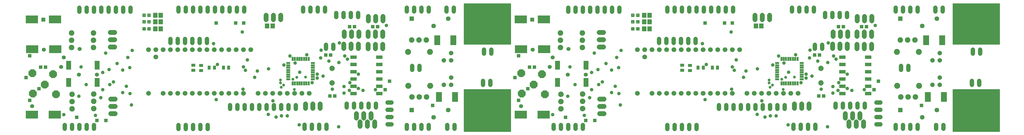
<source format=gts>
G75*
%MOIN*%
%OFA0B0*%
%FSLAX25Y25*%
%IPPOS*%
%LPD*%
%AMOC8*
5,1,8,0,0,1.08239X$1,22.5*
%
%ADD10C,0.01600*%
%ADD11R,0.05131X0.04737*%
%ADD12C,0.06800*%
%ADD13OC8,0.10800*%
%ADD14R,0.08700X0.05100*%
%ADD15C,0.06600*%
%ADD16C,0.07550*%
%ADD17R,0.05800X0.03000*%
%ADD18R,0.03000X0.05800*%
%ADD19C,0.07300*%
%ADD20C,0.06000*%
%ADD21R,0.16548X0.10643*%
%ADD22R,0.06981X0.11902*%
%ADD23R,0.03950X0.05524*%
%ADD24R,0.05524X0.03950*%
%ADD25R,0.06343X0.06343*%
%ADD26C,0.06343*%
%ADD27R,0.07887X0.13398*%
%ADD28OC8,0.06000*%
%ADD29C,0.08200*%
%ADD30R,0.05918X0.06706*%
%ADD31C,0.01421*%
%ADD32R,0.02769X0.13792*%
%ADD33R,0.02375X0.02769*%
%ADD34R,0.05918X0.13792*%
%ADD35R,0.04737X0.05131*%
%ADD36C,0.04762*%
%ADD37R,0.04762X0.04762*%
%ADD38C,0.03900*%
%ADD39C,0.05550*%
%ADD40R,0.05550X0.05550*%
%ADD41R,0.03900X0.03900*%
D10*
X0719526Y0125902D02*
X0782518Y0125902D01*
X0782518Y0182988D01*
X0719526Y0182988D01*
X0719526Y0125902D01*
X0719526Y0127130D02*
X0782518Y0127130D01*
X0782518Y0128729D02*
X0719526Y0128729D01*
X0719526Y0130327D02*
X0782518Y0130327D01*
X0782518Y0131926D02*
X0719526Y0131926D01*
X0719526Y0133524D02*
X0782518Y0133524D01*
X0782518Y0135123D02*
X0719526Y0135123D01*
X0719526Y0136721D02*
X0782518Y0136721D01*
X0782518Y0138320D02*
X0719526Y0138320D01*
X0719526Y0139918D02*
X0782518Y0139918D01*
X0782518Y0141517D02*
X0719526Y0141517D01*
X0719526Y0143115D02*
X0782518Y0143115D01*
X0782518Y0144714D02*
X0719526Y0144714D01*
X0719526Y0146312D02*
X0782518Y0146312D01*
X0782518Y0147911D02*
X0719526Y0147911D01*
X0719526Y0149509D02*
X0782518Y0149509D01*
X0782518Y0151108D02*
X0719526Y0151108D01*
X0719526Y0152706D02*
X0782518Y0152706D01*
X0782518Y0154305D02*
X0719526Y0154305D01*
X0719526Y0155903D02*
X0782518Y0155903D01*
X0782518Y0157502D02*
X0719526Y0157502D01*
X0719526Y0159100D02*
X0782518Y0159100D01*
X0782518Y0160699D02*
X0719526Y0160699D01*
X0719526Y0162297D02*
X0782518Y0162297D01*
X0782518Y0163896D02*
X0719526Y0163896D01*
X0719526Y0165494D02*
X0782518Y0165494D01*
X0782518Y0167093D02*
X0719526Y0167093D01*
X0719526Y0168691D02*
X0782518Y0168691D01*
X0782518Y0170290D02*
X0719526Y0170290D01*
X0719526Y0171888D02*
X0782518Y0171888D01*
X0782518Y0173487D02*
X0719526Y0173487D01*
X0719526Y0175085D02*
X0782518Y0175085D01*
X0782518Y0176684D02*
X0719526Y0176684D01*
X0719526Y0178282D02*
X0782518Y0178282D01*
X0782518Y0179881D02*
X0719526Y0179881D01*
X0719526Y0181479D02*
X0782518Y0181479D01*
X0782518Y0245980D02*
X0719526Y0245980D01*
X0719526Y0301098D01*
X0782518Y0301098D01*
X0782518Y0245980D01*
X0782518Y0247018D02*
X0719526Y0247018D01*
X0719526Y0248617D02*
X0782518Y0248617D01*
X0782518Y0250215D02*
X0719526Y0250215D01*
X0719526Y0251814D02*
X0782518Y0251814D01*
X0782518Y0253412D02*
X0719526Y0253412D01*
X0719526Y0255011D02*
X0782518Y0255011D01*
X0782518Y0256610D02*
X0719526Y0256610D01*
X0719526Y0258208D02*
X0782518Y0258208D01*
X0782518Y0259807D02*
X0719526Y0259807D01*
X0719526Y0261405D02*
X0782518Y0261405D01*
X0782518Y0263004D02*
X0719526Y0263004D01*
X0719526Y0264602D02*
X0782518Y0264602D01*
X0782518Y0266201D02*
X0719526Y0266201D01*
X0719526Y0267799D02*
X0782518Y0267799D01*
X0782518Y0269398D02*
X0719526Y0269398D01*
X0719526Y0270996D02*
X0782518Y0270996D01*
X0782518Y0272595D02*
X0719526Y0272595D01*
X0719526Y0274193D02*
X0782518Y0274193D01*
X0782518Y0275792D02*
X0719526Y0275792D01*
X0719526Y0277390D02*
X0782518Y0277390D01*
X0782518Y0278989D02*
X0719526Y0278989D01*
X0719526Y0280587D02*
X0782518Y0280587D01*
X0782518Y0282186D02*
X0719526Y0282186D01*
X0719526Y0283784D02*
X0782518Y0283784D01*
X0782518Y0285383D02*
X0719526Y0285383D01*
X0719526Y0286981D02*
X0782518Y0286981D01*
X0782518Y0288580D02*
X0719526Y0288580D01*
X0719526Y0290178D02*
X0782518Y0290178D01*
X0782518Y0291777D02*
X0719526Y0291777D01*
X0719526Y0293375D02*
X0782518Y0293375D01*
X0782518Y0294974D02*
X0719526Y0294974D01*
X0719526Y0296572D02*
X0782518Y0296572D01*
X0782518Y0298171D02*
X0719526Y0298171D01*
X0719526Y0299769D02*
X0782518Y0299769D01*
X1388817Y0299769D02*
X1451809Y0299769D01*
X1451809Y0301098D02*
X1388817Y0301098D01*
X1388817Y0245980D01*
X1451809Y0245980D01*
X1451809Y0301098D01*
X1451809Y0298171D02*
X1388817Y0298171D01*
X1388817Y0296572D02*
X1451809Y0296572D01*
X1451809Y0294974D02*
X1388817Y0294974D01*
X1388817Y0293375D02*
X1451809Y0293375D01*
X1451809Y0291777D02*
X1388817Y0291777D01*
X1388817Y0290178D02*
X1451809Y0290178D01*
X1451809Y0288580D02*
X1388817Y0288580D01*
X1388817Y0286981D02*
X1451809Y0286981D01*
X1451809Y0285383D02*
X1388817Y0285383D01*
X1388817Y0283784D02*
X1451809Y0283784D01*
X1451809Y0282186D02*
X1388817Y0282186D01*
X1388817Y0280587D02*
X1451809Y0280587D01*
X1451809Y0278989D02*
X1388817Y0278989D01*
X1388817Y0277390D02*
X1451809Y0277390D01*
X1451809Y0275792D02*
X1388817Y0275792D01*
X1388817Y0274193D02*
X1451809Y0274193D01*
X1451809Y0272595D02*
X1388817Y0272595D01*
X1388817Y0270996D02*
X1451809Y0270996D01*
X1451809Y0269398D02*
X1388817Y0269398D01*
X1388817Y0267799D02*
X1451809Y0267799D01*
X1451809Y0266201D02*
X1388817Y0266201D01*
X1388817Y0264602D02*
X1451809Y0264602D01*
X1451809Y0263004D02*
X1388817Y0263004D01*
X1388817Y0261405D02*
X1451809Y0261405D01*
X1451809Y0259807D02*
X1388817Y0259807D01*
X1388817Y0258208D02*
X1451809Y0258208D01*
X1451809Y0256610D02*
X1388817Y0256610D01*
X1388817Y0255011D02*
X1451809Y0255011D01*
X1451809Y0253412D02*
X1388817Y0253412D01*
X1388817Y0251814D02*
X1451809Y0251814D01*
X1451809Y0250215D02*
X1388817Y0250215D01*
X1388817Y0248617D02*
X1451809Y0248617D01*
X1451809Y0247018D02*
X1388817Y0247018D01*
X1388817Y0182988D02*
X1451809Y0182988D01*
X1451809Y0125902D01*
X1388817Y0125902D01*
X1388817Y0182988D01*
X1388817Y0181479D02*
X1451809Y0181479D01*
X1451809Y0179881D02*
X1388817Y0179881D01*
X1388817Y0178282D02*
X1451809Y0178282D01*
X1451809Y0176684D02*
X1388817Y0176684D01*
X1388817Y0175085D02*
X1451809Y0175085D01*
X1451809Y0173487D02*
X1388817Y0173487D01*
X1388817Y0171888D02*
X1451809Y0171888D01*
X1451809Y0170290D02*
X1388817Y0170290D01*
X1388817Y0168691D02*
X1451809Y0168691D01*
X1451809Y0167093D02*
X1388817Y0167093D01*
X1388817Y0165494D02*
X1451809Y0165494D01*
X1451809Y0163896D02*
X1388817Y0163896D01*
X1388817Y0162297D02*
X1451809Y0162297D01*
X1451809Y0160699D02*
X1388817Y0160699D01*
X1388817Y0159100D02*
X1451809Y0159100D01*
X1451809Y0157502D02*
X1388817Y0157502D01*
X1388817Y0155903D02*
X1451809Y0155903D01*
X1451809Y0154305D02*
X1388817Y0154305D01*
X1388817Y0152706D02*
X1451809Y0152706D01*
X1451809Y0151108D02*
X1388817Y0151108D01*
X1388817Y0149509D02*
X1451809Y0149509D01*
X1451809Y0147911D02*
X1388817Y0147911D01*
X1388817Y0146312D02*
X1451809Y0146312D01*
X1451809Y0144714D02*
X1388817Y0144714D01*
X1388817Y0143115D02*
X1451809Y0143115D01*
X1451809Y0141517D02*
X1388817Y0141517D01*
X1388817Y0139918D02*
X1451809Y0139918D01*
X1451809Y0138320D02*
X1388817Y0138320D01*
X1388817Y0136721D02*
X1451809Y0136721D01*
X1451809Y0135123D02*
X1388817Y0135123D01*
X1388817Y0133524D02*
X1451809Y0133524D01*
X1451809Y0131926D02*
X1388817Y0131926D01*
X1388817Y0130327D02*
X1451809Y0130327D01*
X1451809Y0128729D02*
X1388817Y0128729D01*
X1388817Y0127130D02*
X1451809Y0127130D01*
D11*
X1211385Y0174209D03*
X1204693Y0174209D03*
X1205726Y0230665D03*
X1199033Y0230665D03*
X0815392Y0213992D03*
X0808699Y0213992D03*
X0542094Y0174209D03*
X0535401Y0174209D03*
X0536435Y0230665D03*
X0529742Y0230665D03*
X0146100Y0213992D03*
X0139407Y0213992D03*
D12*
X0234793Y0241650D02*
X0240793Y0241650D01*
X0240793Y0251650D02*
X0234793Y0251650D01*
X0234793Y0261650D02*
X0240793Y0261650D01*
X0448112Y0279382D02*
X0448112Y0285382D01*
X0458112Y0285382D02*
X0458112Y0279382D01*
X0468112Y0279382D02*
X0468112Y0285382D01*
X0555297Y0262374D02*
X0555297Y0256374D01*
X0565297Y0256374D02*
X0565297Y0262374D01*
X0575297Y0262374D02*
X0575297Y0256374D01*
X0587974Y0256453D02*
X0587974Y0262453D01*
X0597974Y0262453D02*
X0597974Y0256453D01*
X0607974Y0256453D02*
X0607974Y0262453D01*
X0608100Y0277835D02*
X0608100Y0283835D01*
X0598100Y0283835D02*
X0598100Y0277835D01*
X0588100Y0277835D02*
X0588100Y0283835D01*
X0587974Y0245366D02*
X0587974Y0239366D01*
X0597974Y0239366D02*
X0597974Y0245366D01*
X0607974Y0245366D02*
X0607974Y0239366D01*
X0574510Y0239681D02*
X0574510Y0245681D01*
X0564510Y0245681D02*
X0564510Y0239681D01*
X0554510Y0239681D02*
X0554510Y0245681D01*
X0241581Y0169988D02*
X0235581Y0169988D01*
X0235581Y0159988D02*
X0241581Y0159988D01*
X0241581Y0149988D02*
X0235581Y0149988D01*
X0502072Y0157490D02*
X0502072Y0163490D01*
X0512072Y0163490D02*
X0512072Y0157490D01*
X0522072Y0157490D02*
X0522072Y0163490D01*
X0571993Y0149955D02*
X0571993Y0143955D01*
X0576793Y0138744D02*
X0576793Y0132744D01*
X0586793Y0132744D02*
X0586793Y0138744D01*
X0581993Y0143955D02*
X0581993Y0149955D01*
X0591993Y0149955D02*
X0591993Y0143955D01*
X0596793Y0138744D02*
X0596793Y0132744D01*
X0904872Y0149988D02*
X0910872Y0149988D01*
X0910872Y0159988D02*
X0904872Y0159988D01*
X0904872Y0169988D02*
X0910872Y0169988D01*
X1171363Y0163490D02*
X1171363Y0157490D01*
X1181363Y0157490D02*
X1181363Y0163490D01*
X1191363Y0163490D02*
X1191363Y0157490D01*
X1241285Y0149955D02*
X1241285Y0143955D01*
X1246085Y0138744D02*
X1246085Y0132744D01*
X1256085Y0132744D02*
X1256085Y0138744D01*
X1251285Y0143955D02*
X1251285Y0149955D01*
X1261285Y0149955D02*
X1261285Y0143955D01*
X1266085Y0138744D02*
X1266085Y0132744D01*
X1267266Y0239366D02*
X1267266Y0245366D01*
X1277266Y0245366D02*
X1277266Y0239366D01*
X1257266Y0239366D02*
X1257266Y0245366D01*
X1243801Y0245681D02*
X1243801Y0239681D01*
X1233801Y0239681D02*
X1233801Y0245681D01*
X1223801Y0245681D02*
X1223801Y0239681D01*
X1224589Y0256374D02*
X1224589Y0262374D01*
X1234589Y0262374D02*
X1234589Y0256374D01*
X1244589Y0256374D02*
X1244589Y0262374D01*
X1257266Y0262453D02*
X1257266Y0256453D01*
X1267266Y0256453D02*
X1267266Y0262453D01*
X1277266Y0262453D02*
X1277266Y0256453D01*
X1277392Y0277835D02*
X1277392Y0283835D01*
X1267392Y0283835D02*
X1267392Y0277835D01*
X1257392Y0277835D02*
X1257392Y0283835D01*
X1137404Y0285382D02*
X1137404Y0279382D01*
X1127404Y0279382D02*
X1127404Y0285382D01*
X1117404Y0285382D02*
X1117404Y0279382D01*
X0910085Y0261650D02*
X0904085Y0261650D01*
X0904085Y0251650D02*
X0910085Y0251650D01*
X0910085Y0241650D02*
X0904085Y0241650D01*
D13*
X0825707Y0204484D03*
X0797360Y0205665D03*
X0814407Y0189878D03*
X0829801Y0176807D03*
X0798305Y0177516D03*
X0160510Y0176807D03*
X0145116Y0189878D03*
X0129014Y0177516D03*
X0128069Y0205665D03*
X0156415Y0204484D03*
D14*
X0567889Y0207634D03*
X0567889Y0217634D03*
X0603289Y0217634D03*
X0603289Y0207634D03*
X0603289Y0197634D03*
X0567889Y0197634D03*
X0567889Y0187634D03*
X0603289Y0187634D03*
X0603289Y0177634D03*
X0567889Y0177634D03*
X0567889Y0227634D03*
X0603289Y0227634D03*
X1237180Y0227634D03*
X1272580Y0227634D03*
X1272580Y0217634D03*
X1272580Y0207634D03*
X1237180Y0207634D03*
X1237180Y0217634D03*
X1237180Y0197634D03*
X1272580Y0197634D03*
X1272580Y0187634D03*
X1237180Y0187634D03*
X1237180Y0177634D03*
X1272580Y0177634D03*
D15*
X1176392Y0177862D03*
X1166392Y0177862D03*
X1156392Y0177862D03*
X1146392Y0177862D03*
X1136392Y0177862D03*
X1126392Y0177862D03*
X1116392Y0177862D03*
X1106392Y0177862D03*
X1086392Y0177862D03*
X1076392Y0177862D03*
X1066392Y0177862D03*
X1056392Y0177862D03*
X1046392Y0177862D03*
X1036392Y0177862D03*
X1026392Y0177862D03*
X1016392Y0177862D03*
X1006392Y0177862D03*
X0996392Y0177862D03*
X0986392Y0177862D03*
X0976392Y0177862D03*
X0956392Y0177862D03*
X0966392Y0227862D03*
X0966392Y0237862D03*
X0976392Y0237862D03*
X0986392Y0237862D03*
X0996392Y0237862D03*
X1006392Y0237862D03*
X1016392Y0237862D03*
X1026392Y0237862D03*
X1036392Y0237862D03*
X1046392Y0237862D03*
X1056392Y0237862D03*
X1066392Y0237862D03*
X1076392Y0237862D03*
X1086392Y0237862D03*
X1096392Y0237862D03*
X0956392Y0237862D03*
X0507100Y0177862D03*
X0497100Y0177862D03*
X0487100Y0177862D03*
X0477100Y0177862D03*
X0467100Y0177862D03*
X0457100Y0177862D03*
X0447100Y0177862D03*
X0437100Y0177862D03*
X0417100Y0177862D03*
X0407100Y0177862D03*
X0397100Y0177862D03*
X0387100Y0177862D03*
X0377100Y0177862D03*
X0367100Y0177862D03*
X0357100Y0177862D03*
X0347100Y0177862D03*
X0337100Y0177862D03*
X0327100Y0177862D03*
X0317100Y0177862D03*
X0307100Y0177862D03*
X0287100Y0177862D03*
X0297100Y0227862D03*
X0297100Y0237862D03*
X0287100Y0237862D03*
X0307100Y0237862D03*
X0317100Y0237862D03*
X0327100Y0237862D03*
X0337100Y0237862D03*
X0347100Y0237862D03*
X0357100Y0237862D03*
X0367100Y0237862D03*
X0377100Y0237862D03*
X0387100Y0237862D03*
X0397100Y0237862D03*
X0407100Y0237862D03*
X0417100Y0237862D03*
X0427100Y0237862D03*
D16*
X0211793Y0240941D03*
X0181998Y0240862D03*
X0181998Y0250862D03*
X0211793Y0250941D03*
X0211793Y0260941D03*
X0181998Y0260862D03*
X0182675Y0176650D03*
X0212085Y0177043D03*
X0212085Y0167043D03*
X0182675Y0166650D03*
X0182675Y0156650D03*
X0212085Y0157043D03*
X0647852Y0173146D03*
X0657852Y0173146D03*
X0667852Y0173146D03*
X0851967Y0176650D03*
X0881376Y0177043D03*
X0881376Y0167043D03*
X0851967Y0166650D03*
X0851967Y0156650D03*
X0881376Y0157043D03*
X0881085Y0240941D03*
X0851289Y0240862D03*
X0851289Y0250862D03*
X0881085Y0250941D03*
X0881085Y0260941D03*
X0851289Y0260862D03*
X0667360Y0251394D03*
X0657360Y0251394D03*
X0647360Y0251394D03*
X1316652Y0251394D03*
X1326652Y0251394D03*
X1336652Y0251394D03*
X1337144Y0173146D03*
X1327144Y0173146D03*
X1317144Y0173146D03*
D17*
X1181615Y0197484D03*
X1181615Y0200634D03*
X1181615Y0203783D03*
X1181615Y0206933D03*
X1181615Y0210083D03*
X1181615Y0213232D03*
X1181615Y0216382D03*
X1181615Y0219531D03*
X1147815Y0219531D03*
X1147815Y0216382D03*
X1147815Y0213232D03*
X1147815Y0210083D03*
X1147815Y0206933D03*
X1147815Y0203783D03*
X1147815Y0200634D03*
X1147815Y0197484D03*
X0512323Y0197484D03*
X0512323Y0200634D03*
X0512323Y0203783D03*
X0512323Y0206933D03*
X0512323Y0210083D03*
X0512323Y0213232D03*
X0512323Y0216382D03*
X0512323Y0219531D03*
X0478523Y0219531D03*
X0478523Y0216382D03*
X0478523Y0213232D03*
X0478523Y0210083D03*
X0478523Y0206933D03*
X0478523Y0203783D03*
X0478523Y0200634D03*
X0478523Y0197484D03*
D18*
X0484400Y0191608D03*
X0487549Y0191608D03*
X0490699Y0191608D03*
X0493848Y0191608D03*
X0496998Y0191608D03*
X0500148Y0191608D03*
X0503297Y0191608D03*
X0506447Y0191608D03*
X0506447Y0225408D03*
X0503297Y0225408D03*
X0500148Y0225408D03*
X0496998Y0225408D03*
X0493848Y0225408D03*
X0490699Y0225408D03*
X0487549Y0225408D03*
X0484400Y0225408D03*
X1153691Y0225408D03*
X1156841Y0225408D03*
X1159990Y0225408D03*
X1163140Y0225408D03*
X1166289Y0225408D03*
X1169439Y0225408D03*
X1172589Y0225408D03*
X1175738Y0225408D03*
X1175738Y0191608D03*
X1172589Y0191608D03*
X1169439Y0191608D03*
X1166289Y0191608D03*
X1163140Y0191608D03*
X1159990Y0191608D03*
X1156841Y0191608D03*
X1153691Y0191608D03*
D19*
X1207726Y0192185D03*
X1207726Y0212185D03*
X0538435Y0212185D03*
X0538435Y0192185D03*
D20*
X0172595Y0134433D02*
X0172595Y0129233D01*
X0182595Y0129233D02*
X0182595Y0134433D01*
X0192595Y0134433D02*
X0192595Y0129233D01*
X0202595Y0129233D02*
X0202595Y0134433D01*
X0212595Y0134433D02*
X0212595Y0129233D01*
X0328136Y0129093D02*
X0328136Y0134293D01*
X0338136Y0134293D02*
X0338136Y0129093D01*
X0348136Y0129093D02*
X0348136Y0134293D01*
X0358136Y0134293D02*
X0358136Y0129093D01*
X0368136Y0129093D02*
X0368136Y0134293D01*
X0398885Y0156566D02*
X0398885Y0161766D01*
X0408885Y0161766D02*
X0408885Y0156566D01*
X0418885Y0156566D02*
X0418885Y0161766D01*
X0428885Y0161766D02*
X0428885Y0156566D01*
X0438885Y0156566D02*
X0438885Y0161766D01*
X0448885Y0161766D02*
X0448885Y0156566D01*
X0458885Y0156566D02*
X0458885Y0161766D01*
X0468885Y0161766D02*
X0468885Y0156566D01*
X0478885Y0156566D02*
X0478885Y0161766D01*
X0488885Y0161766D02*
X0488885Y0156566D01*
X0558667Y0158538D02*
X0558667Y0163738D01*
X0568667Y0163738D02*
X0568667Y0158538D01*
X0578667Y0158538D02*
X0578667Y0163738D01*
X0588667Y0163738D02*
X0588667Y0158538D01*
X0598667Y0158538D02*
X0598667Y0163738D01*
X0614563Y0165429D02*
X0619763Y0165429D01*
X0619763Y0155429D02*
X0614563Y0155429D01*
X0614563Y0145429D02*
X0619763Y0145429D01*
X0619763Y0135429D02*
X0614563Y0135429D01*
X0640963Y0134407D02*
X0640963Y0129207D01*
X0650963Y0129207D02*
X0650963Y0134407D01*
X0660963Y0134407D02*
X0660963Y0129207D01*
X0670963Y0129207D02*
X0670963Y0134407D01*
X0696081Y0134407D02*
X0696081Y0129207D01*
X0706081Y0129207D02*
X0706081Y0134407D01*
X0841886Y0134433D02*
X0841886Y0129233D01*
X0851886Y0129233D02*
X0851886Y0134433D01*
X0861886Y0134433D02*
X0861886Y0129233D01*
X0871886Y0129233D02*
X0871886Y0134433D01*
X0881886Y0134433D02*
X0881886Y0129233D01*
X0997427Y0129093D02*
X0997427Y0134293D01*
X1007427Y0134293D02*
X1007427Y0129093D01*
X1017427Y0129093D02*
X1017427Y0134293D01*
X1027427Y0134293D02*
X1027427Y0129093D01*
X1037427Y0129093D02*
X1037427Y0134293D01*
X1068176Y0156566D02*
X1068176Y0161766D01*
X1078176Y0161766D02*
X1078176Y0156566D01*
X1088176Y0156566D02*
X1088176Y0161766D01*
X1098176Y0161766D02*
X1098176Y0156566D01*
X1108176Y0156566D02*
X1108176Y0161766D01*
X1118176Y0161766D02*
X1118176Y0156566D01*
X1128176Y0156566D02*
X1128176Y0161766D01*
X1138176Y0161766D02*
X1138176Y0156566D01*
X1148176Y0156566D02*
X1148176Y0161766D01*
X1158176Y0161766D02*
X1158176Y0156566D01*
X1227959Y0158538D02*
X1227959Y0163738D01*
X1237959Y0163738D02*
X1237959Y0158538D01*
X1247959Y0158538D02*
X1247959Y0163738D01*
X1257959Y0163738D02*
X1257959Y0158538D01*
X1267959Y0158538D02*
X1267959Y0163738D01*
X1283855Y0165429D02*
X1289055Y0165429D01*
X1289055Y0155429D02*
X1283855Y0155429D01*
X1283855Y0145429D02*
X1289055Y0145429D01*
X1289055Y0135429D02*
X1283855Y0135429D01*
X1310254Y0134407D02*
X1310254Y0129207D01*
X1320254Y0129207D02*
X1320254Y0134407D01*
X1330254Y0134407D02*
X1330254Y0129207D01*
X1340254Y0129207D02*
X1340254Y0134407D01*
X1365372Y0134407D02*
X1365372Y0129207D01*
X1375372Y0129207D02*
X1375372Y0134407D01*
X1200230Y0134607D02*
X1200230Y0129407D01*
X1190230Y0129407D02*
X1190230Y0134607D01*
X1180230Y0134607D02*
X1180230Y0129407D01*
X1170230Y0129407D02*
X1170230Y0134607D01*
X1414585Y0189739D02*
X1414585Y0194939D01*
X1424585Y0194939D02*
X1424585Y0189739D01*
X1327636Y0210408D02*
X1327636Y0215608D01*
X1317636Y0215608D02*
X1317636Y0210408D01*
X1415729Y0232683D02*
X1415729Y0237883D01*
X1425729Y0237883D02*
X1425729Y0232683D01*
X1243502Y0283010D02*
X1243502Y0288210D01*
X1233502Y0288210D02*
X1233502Y0283010D01*
X1223502Y0283010D02*
X1223502Y0288210D01*
X1213502Y0288210D02*
X1213502Y0283010D01*
X1198030Y0290624D02*
X1198030Y0295824D01*
X1188030Y0295824D02*
X1188030Y0290624D01*
X1178030Y0290624D02*
X1178030Y0295824D01*
X1168030Y0295824D02*
X1168030Y0290624D01*
X1087360Y0290624D02*
X1087360Y0295824D01*
X1077360Y0295824D02*
X1077360Y0290624D01*
X1067360Y0290624D02*
X1067360Y0295824D01*
X1057360Y0295824D02*
X1057360Y0290624D01*
X1047360Y0290624D02*
X1047360Y0295824D01*
X1037360Y0295824D02*
X1037360Y0290624D01*
X1027360Y0290624D02*
X1027360Y0295824D01*
X1017360Y0295824D02*
X1017360Y0290624D01*
X1007360Y0290624D02*
X1007360Y0295824D01*
X0997360Y0295824D02*
X0997360Y0290624D01*
X0931886Y0290333D02*
X0931886Y0295533D01*
X0921886Y0295533D02*
X0921886Y0290333D01*
X0911886Y0290333D02*
X0911886Y0295533D01*
X0901886Y0295533D02*
X0901886Y0290333D01*
X0891886Y0290333D02*
X0891886Y0295533D01*
X0881886Y0295533D02*
X0881886Y0290333D01*
X0871886Y0290333D02*
X0871886Y0295533D01*
X0861886Y0295533D02*
X0861886Y0290333D01*
X0986356Y0252517D02*
X0986356Y0247317D01*
X0996356Y0247317D02*
X0996356Y0252517D01*
X1006356Y0252517D02*
X1006356Y0247317D01*
X1016356Y0247317D02*
X1016356Y0252517D01*
X1026356Y0252517D02*
X1026356Y0247317D01*
X1036356Y0247317D02*
X1036356Y0252517D01*
X1199526Y0244643D02*
X1199526Y0239443D01*
X1209526Y0239443D02*
X1209526Y0244643D01*
X1310254Y0290624D02*
X1310254Y0295824D01*
X1320254Y0295824D02*
X1320254Y0290624D01*
X1330254Y0290624D02*
X1330254Y0295824D01*
X1340254Y0295824D02*
X1340254Y0290624D01*
X1364368Y0290624D02*
X1364368Y0295824D01*
X1374368Y0295824D02*
X1374368Y0290624D01*
X0756437Y0237883D02*
X0756437Y0232683D01*
X0746437Y0232683D02*
X0746437Y0237883D01*
X0658344Y0215608D02*
X0658344Y0210408D01*
X0648344Y0210408D02*
X0648344Y0215608D01*
X0745293Y0194939D02*
X0745293Y0189739D01*
X0755293Y0189739D02*
X0755293Y0194939D01*
X0540234Y0239443D02*
X0540234Y0244643D01*
X0530234Y0244643D02*
X0530234Y0239443D01*
X0367065Y0247317D02*
X0367065Y0252517D01*
X0357065Y0252517D02*
X0357065Y0247317D01*
X0347065Y0247317D02*
X0347065Y0252517D01*
X0337065Y0252517D02*
X0337065Y0247317D01*
X0327065Y0247317D02*
X0327065Y0252517D01*
X0317065Y0252517D02*
X0317065Y0247317D01*
X0328069Y0290624D02*
X0328069Y0295824D01*
X0338069Y0295824D02*
X0338069Y0290624D01*
X0348069Y0290624D02*
X0348069Y0295824D01*
X0358069Y0295824D02*
X0358069Y0290624D01*
X0368069Y0290624D02*
X0368069Y0295824D01*
X0378069Y0295824D02*
X0378069Y0290624D01*
X0388069Y0290624D02*
X0388069Y0295824D01*
X0398069Y0295824D02*
X0398069Y0290624D01*
X0408069Y0290624D02*
X0408069Y0295824D01*
X0418069Y0295824D02*
X0418069Y0290624D01*
X0498738Y0290624D02*
X0498738Y0295824D01*
X0508738Y0295824D02*
X0508738Y0290624D01*
X0518738Y0290624D02*
X0518738Y0295824D01*
X0528738Y0295824D02*
X0528738Y0290624D01*
X0544211Y0288210D02*
X0544211Y0283010D01*
X0554211Y0283010D02*
X0554211Y0288210D01*
X0564211Y0288210D02*
X0564211Y0283010D01*
X0574211Y0283010D02*
X0574211Y0288210D01*
X0640963Y0290624D02*
X0640963Y0295824D01*
X0650963Y0295824D02*
X0650963Y0290624D01*
X0660963Y0290624D02*
X0660963Y0295824D01*
X0670963Y0295824D02*
X0670963Y0290624D01*
X0695077Y0290624D02*
X0695077Y0295824D01*
X0705077Y0295824D02*
X0705077Y0290624D01*
X0262595Y0290333D02*
X0262595Y0295533D01*
X0252595Y0295533D02*
X0252595Y0290333D01*
X0242595Y0290333D02*
X0242595Y0295533D01*
X0232595Y0295533D02*
X0232595Y0290333D01*
X0222595Y0290333D02*
X0222595Y0295533D01*
X0212595Y0295533D02*
X0212595Y0290333D01*
X0202595Y0290333D02*
X0202595Y0295533D01*
X0192595Y0295533D02*
X0192595Y0290333D01*
X0500938Y0134607D02*
X0500938Y0129407D01*
X0510938Y0129407D02*
X0510938Y0134607D01*
X0520938Y0134607D02*
X0520938Y0129407D01*
X0530938Y0129407D02*
X0530938Y0134607D01*
D21*
X0796754Y0148539D03*
X0828250Y0148539D03*
X0828809Y0238547D03*
X0797313Y0238547D03*
X0796951Y0279642D03*
X0828447Y0279642D03*
X0159156Y0279642D03*
X0127659Y0279642D03*
X0128022Y0238547D03*
X0159518Y0238547D03*
X0158959Y0148539D03*
X0127463Y0148539D03*
D22*
X0177746Y0192972D03*
X0216801Y0192972D03*
X0216801Y0216831D03*
X0177746Y0216831D03*
X0847037Y0216831D03*
X0886093Y0216831D03*
X0886093Y0192972D03*
X0847037Y0192972D03*
D23*
X1039612Y0213461D03*
X1046699Y0213461D03*
X1059124Y0213461D03*
X1066211Y0213461D03*
X0396919Y0213461D03*
X0389833Y0213461D03*
X0377407Y0213461D03*
X0370321Y0213461D03*
D24*
X0359329Y0216413D03*
X0348423Y0216665D03*
X0348423Y0209579D03*
X0359329Y0209327D03*
X1017715Y0209579D03*
X1028620Y0209327D03*
X1028620Y0216413D03*
X1017715Y0216665D03*
D25*
X1316671Y0154858D03*
X1316671Y0280843D03*
X0647380Y0280843D03*
X0647380Y0154858D03*
D26*
X0677380Y0144858D03*
X0697380Y0154858D03*
X0677380Y0270843D03*
X0697380Y0280843D03*
X1346671Y0270843D03*
X1366671Y0280843D03*
X1366671Y0154858D03*
X1346671Y0144858D03*
D27*
X1354171Y0173146D03*
X1376219Y0173146D03*
X1373758Y0250902D03*
X1351711Y0250902D03*
X0704467Y0250902D03*
X0682419Y0250902D03*
X0684880Y0173146D03*
X0706927Y0173146D03*
D28*
X0701396Y0189799D03*
X0691396Y0189799D03*
X0701396Y0199799D03*
X0701396Y0223264D03*
X0691396Y0223264D03*
X0701396Y0233264D03*
X1360687Y0223264D03*
X1370687Y0223264D03*
X1370687Y0233264D03*
X1370687Y0199799D03*
X1370687Y0189799D03*
X1360687Y0189799D03*
D29*
X1342301Y0188402D03*
X1312301Y0188402D03*
X1311809Y0235154D03*
X1341809Y0235154D03*
X0672518Y0235154D03*
X0642518Y0235154D03*
X0643010Y0188402D03*
X0673010Y0188402D03*
D30*
X0965785Y0266650D03*
X0973266Y0266650D03*
X0973266Y0276492D03*
X0965785Y0276492D03*
X0965785Y0285350D03*
X0973266Y0285350D03*
X1118837Y0270587D03*
X1126317Y0270587D03*
X0457026Y0270587D03*
X0449545Y0270587D03*
X0303974Y0266650D03*
X0296494Y0266650D03*
X0296494Y0276492D03*
X0303974Y0276492D03*
X0303974Y0285350D03*
X0296494Y0285350D03*
D31*
X0289597Y0287008D02*
X0289597Y0283692D01*
X0286281Y0283692D01*
X0286281Y0287008D01*
X0289597Y0287008D01*
X0289597Y0285112D02*
X0286281Y0285112D01*
X0286281Y0286532D02*
X0289597Y0286532D01*
X0282691Y0287008D02*
X0282691Y0283692D01*
X0279375Y0283692D01*
X0279375Y0287008D01*
X0282691Y0287008D01*
X0282691Y0285112D02*
X0279375Y0285112D01*
X0279375Y0286532D02*
X0282691Y0286532D01*
X0282691Y0278150D02*
X0282691Y0274834D01*
X0279375Y0274834D01*
X0279375Y0278150D01*
X0282691Y0278150D01*
X0282691Y0276254D02*
X0279375Y0276254D01*
X0279375Y0277674D02*
X0282691Y0277674D01*
X0289597Y0278150D02*
X0289597Y0274834D01*
X0286281Y0274834D01*
X0286281Y0278150D01*
X0289597Y0278150D01*
X0289597Y0276254D02*
X0286281Y0276254D01*
X0286281Y0277674D02*
X0289597Y0277674D01*
X0289597Y0268308D02*
X0289597Y0264992D01*
X0286281Y0264992D01*
X0286281Y0268308D01*
X0289597Y0268308D01*
X0289597Y0266412D02*
X0286281Y0266412D01*
X0286281Y0267832D02*
X0289597Y0267832D01*
X0282691Y0268308D02*
X0282691Y0264992D01*
X0279375Y0264992D01*
X0279375Y0268308D01*
X0282691Y0268308D01*
X0282691Y0266412D02*
X0279375Y0266412D01*
X0279375Y0267832D02*
X0282691Y0267832D01*
X0951983Y0268308D02*
X0951983Y0264992D01*
X0948667Y0264992D01*
X0948667Y0268308D01*
X0951983Y0268308D01*
X0951983Y0266412D02*
X0948667Y0266412D01*
X0948667Y0267832D02*
X0951983Y0267832D01*
X0958888Y0268308D02*
X0958888Y0264992D01*
X0955572Y0264992D01*
X0955572Y0268308D01*
X0958888Y0268308D01*
X0958888Y0266412D02*
X0955572Y0266412D01*
X0955572Y0267832D02*
X0958888Y0267832D01*
X0958888Y0274834D02*
X0958888Y0278150D01*
X0958888Y0274834D02*
X0955572Y0274834D01*
X0955572Y0278150D01*
X0958888Y0278150D01*
X0958888Y0276254D02*
X0955572Y0276254D01*
X0955572Y0277674D02*
X0958888Y0277674D01*
X0951983Y0278150D02*
X0951983Y0274834D01*
X0948667Y0274834D01*
X0948667Y0278150D01*
X0951983Y0278150D01*
X0951983Y0276254D02*
X0948667Y0276254D01*
X0948667Y0277674D02*
X0951983Y0277674D01*
X0951983Y0283692D02*
X0951983Y0287008D01*
X0951983Y0283692D02*
X0948667Y0283692D01*
X0948667Y0287008D01*
X0951983Y0287008D01*
X0951983Y0285112D02*
X0948667Y0285112D01*
X0948667Y0286532D02*
X0951983Y0286532D01*
X0958888Y0287008D02*
X0958888Y0283692D01*
X0955572Y0283692D01*
X0955572Y0287008D01*
X0958888Y0287008D01*
X0958888Y0285112D02*
X0955572Y0285112D01*
X0955572Y0286532D02*
X0958888Y0286532D01*
D32*
X0757599Y0273472D03*
X0745788Y0273472D03*
X0744624Y0154445D03*
X0756435Y0154445D03*
X1413915Y0154445D03*
X1425726Y0154445D03*
X1426890Y0273472D03*
X1415079Y0273472D03*
D33*
X1413701Y0273472D03*
X1428268Y0273472D03*
X1427104Y0154445D03*
X1412537Y0154445D03*
X0757813Y0154445D03*
X0743246Y0154445D03*
X0744410Y0273472D03*
X0758977Y0273472D03*
D34*
X0751693Y0273472D03*
X0750530Y0154445D03*
X1419821Y0154445D03*
X1420985Y0273472D03*
D35*
X1270116Y0269602D03*
X1263423Y0269602D03*
X1238620Y0269602D03*
X1231927Y0269602D03*
X0600825Y0269602D03*
X0594132Y0269602D03*
X0569329Y0269602D03*
X0562636Y0269602D03*
D36*
X0612994Y0271394D03*
X0548648Y0247264D03*
X0523624Y0237433D03*
X0503963Y0231177D03*
X0523022Y0226760D03*
X0534348Y0222240D03*
X0547754Y0220453D03*
X0559372Y0224921D03*
X0555797Y0229390D03*
X0487876Y0219559D03*
X0472683Y0216878D03*
X0451566Y0211516D03*
X0436041Y0208835D03*
X0419955Y0209728D03*
X0417274Y0214197D03*
X0381526Y0217772D03*
X0422636Y0224028D03*
X0480726Y0229390D03*
X0494132Y0207047D03*
X0518262Y0204366D03*
X0526305Y0201685D03*
X0518262Y0199004D03*
X0511112Y0192748D03*
X0538911Y0183811D03*
X0554904Y0187386D03*
X0562947Y0192748D03*
X0574565Y0184705D03*
X0580821Y0182024D03*
X0562053Y0182024D03*
X0554904Y0178449D03*
X0597801Y0182917D03*
X0574565Y0204366D03*
X0432467Y0199898D03*
X0416380Y0183811D03*
X0379832Y0169512D03*
X0457490Y0167724D03*
X0451234Y0148957D03*
X0461959Y0145382D03*
X0469108Y0147169D03*
X0477152Y0147169D03*
X0493644Y0134764D03*
X0547478Y0132008D03*
X0264019Y0162103D03*
X0221986Y0172161D03*
X0191967Y0174130D03*
X0224447Y0182988D03*
X0234289Y0189878D03*
X0256927Y0187559D03*
X0239211Y0193815D03*
X0224447Y0206610D03*
X0233305Y0210547D03*
X0252006Y0210055D03*
X0261628Y0213194D03*
X0244132Y0218974D03*
X0258896Y0227464D03*
X0228384Y0233185D03*
X0264801Y0237122D03*
X0194919Y0214484D03*
X0201809Y0189878D03*
X0252006Y0178933D03*
X0261848Y0177812D03*
X0171297Y0148539D03*
X0214604Y0147555D03*
X0376163Y0246370D03*
X0415486Y0262457D03*
X0864211Y0214484D03*
X0893738Y0206610D03*
X0902596Y0210547D03*
X0921297Y0210055D03*
X0930920Y0213194D03*
X0913423Y0218974D03*
X0928187Y0227464D03*
X0897675Y0233185D03*
X0934093Y0237122D03*
X1045455Y0246370D03*
X1084778Y0262457D03*
X1192915Y0237433D03*
X1173254Y0231177D03*
X1192313Y0226760D03*
X1203640Y0222240D03*
X1217045Y0220453D03*
X1228663Y0224921D03*
X1225089Y0229390D03*
X1217939Y0247264D03*
X1150018Y0229390D03*
X1157167Y0219559D03*
X1141974Y0216878D03*
X1120857Y0211516D03*
X1105333Y0208835D03*
X1089246Y0209728D03*
X1086565Y0214197D03*
X1050817Y0217772D03*
X1091927Y0224028D03*
X1163423Y0207047D03*
X1187553Y0204366D03*
X1195596Y0201685D03*
X1187553Y0199004D03*
X1180404Y0192748D03*
X1208202Y0183811D03*
X1224195Y0187386D03*
X1232238Y0192748D03*
X1243856Y0184705D03*
X1250112Y0182024D03*
X1231344Y0182024D03*
X1224195Y0178449D03*
X1267093Y0182917D03*
X1243856Y0204366D03*
X1101758Y0199898D03*
X1085671Y0183811D03*
X1049123Y0169512D03*
X1126781Y0167724D03*
X1120526Y0148957D03*
X1131250Y0145382D03*
X1138400Y0147169D03*
X1146443Y0147169D03*
X1162936Y0134764D03*
X1216770Y0132008D03*
X0933311Y0162103D03*
X0891278Y0172161D03*
X0861258Y0174130D03*
X0893738Y0182988D03*
X0903581Y0189878D03*
X0926219Y0187559D03*
X0908502Y0193815D03*
X0871100Y0189878D03*
X0921297Y0178933D03*
X0931140Y0177812D03*
X0840589Y0148539D03*
X0883896Y0147555D03*
X1282285Y0271394D03*
D37*
X1086652Y0274524D03*
X1075825Y0274524D03*
X1049250Y0274524D03*
X0793837Y0229740D03*
X0788915Y0199720D03*
X0806632Y0184465D03*
X0793837Y0168224D03*
X0858305Y0145094D03*
X0885864Y0140665D03*
X0898167Y0140665D03*
X0676219Y0161335D03*
X0611258Y0182988D03*
X0617163Y0194799D03*
X0417360Y0274524D03*
X0406533Y0274524D03*
X0379959Y0274524D03*
X0124545Y0229740D03*
X0119624Y0199720D03*
X0137341Y0184465D03*
X0124545Y0168224D03*
X0189014Y0145094D03*
X0216573Y0140665D03*
X0228876Y0140665D03*
X1280549Y0182988D03*
X1286455Y0194799D03*
X1345510Y0161335D03*
D38*
X1171636Y0200183D03*
X1159426Y0200123D03*
X1154036Y0197233D03*
X1136986Y0196433D03*
X1136986Y0192233D03*
X1141376Y0189493D03*
X1138236Y0186433D03*
X1156076Y0183313D03*
X0502345Y0200183D03*
X0490135Y0200123D03*
X0484745Y0197233D03*
X0467695Y0196433D03*
X0467695Y0192233D03*
X0472085Y0189493D03*
X0468945Y0186433D03*
X0486785Y0183313D03*
D39*
X0216573Y0203657D03*
X0191967Y0203657D03*
X0167360Y0214484D03*
X0171297Y0227280D03*
X0192951Y0239091D03*
X0143738Y0238106D03*
X0127990Y0160350D03*
X0797281Y0160350D03*
X0861258Y0203657D03*
X0885864Y0203657D03*
X0836652Y0214484D03*
X0840589Y0227280D03*
X0862242Y0239091D03*
X0813030Y0238106D03*
D40*
X0812537Y0279445D03*
X0143246Y0279445D03*
D41*
X0750394Y0279889D03*
X0750394Y0282389D03*
X0752894Y0282389D03*
X0752894Y0279889D03*
X0752894Y0277389D03*
X0750394Y0277389D03*
X0750394Y0274889D03*
X0750394Y0272389D03*
X0750394Y0269889D03*
X0750394Y0267389D03*
X0750394Y0264889D03*
X0752894Y0264889D03*
X0752894Y0267389D03*
X0752894Y0269889D03*
X0752894Y0272389D03*
X0752894Y0274889D03*
X0751789Y0163165D03*
X0751730Y0160665D03*
X0751730Y0158165D03*
X0751730Y0155665D03*
X0751730Y0153165D03*
X0751730Y0150665D03*
X0751730Y0148165D03*
X0751730Y0145665D03*
X0749230Y0145665D03*
X0749230Y0148165D03*
X0749230Y0150665D03*
X0749230Y0153165D03*
X0749230Y0155665D03*
X0749230Y0158165D03*
X0749230Y0160665D03*
X0749230Y0163165D03*
X1418522Y0163165D03*
X1418522Y0160665D03*
X1418522Y0158165D03*
X1418522Y0155665D03*
X1418522Y0153165D03*
X1418522Y0150665D03*
X1418522Y0148165D03*
X1418522Y0145665D03*
X1421022Y0145665D03*
X1421022Y0148165D03*
X1421022Y0150665D03*
X1421022Y0153165D03*
X1421022Y0155665D03*
X1421022Y0158165D03*
X1421022Y0160665D03*
X1421081Y0163165D03*
X1422185Y0264889D03*
X1419685Y0264889D03*
X1419685Y0267389D03*
X1419685Y0269889D03*
X1419685Y0272389D03*
X1419685Y0274889D03*
X1419685Y0277389D03*
X1419685Y0279889D03*
X1419685Y0282389D03*
X1422185Y0282389D03*
X1422185Y0279889D03*
X1422185Y0277389D03*
X1422185Y0274889D03*
X1422185Y0272389D03*
X1422185Y0269889D03*
X1422185Y0267389D03*
M02*

</source>
